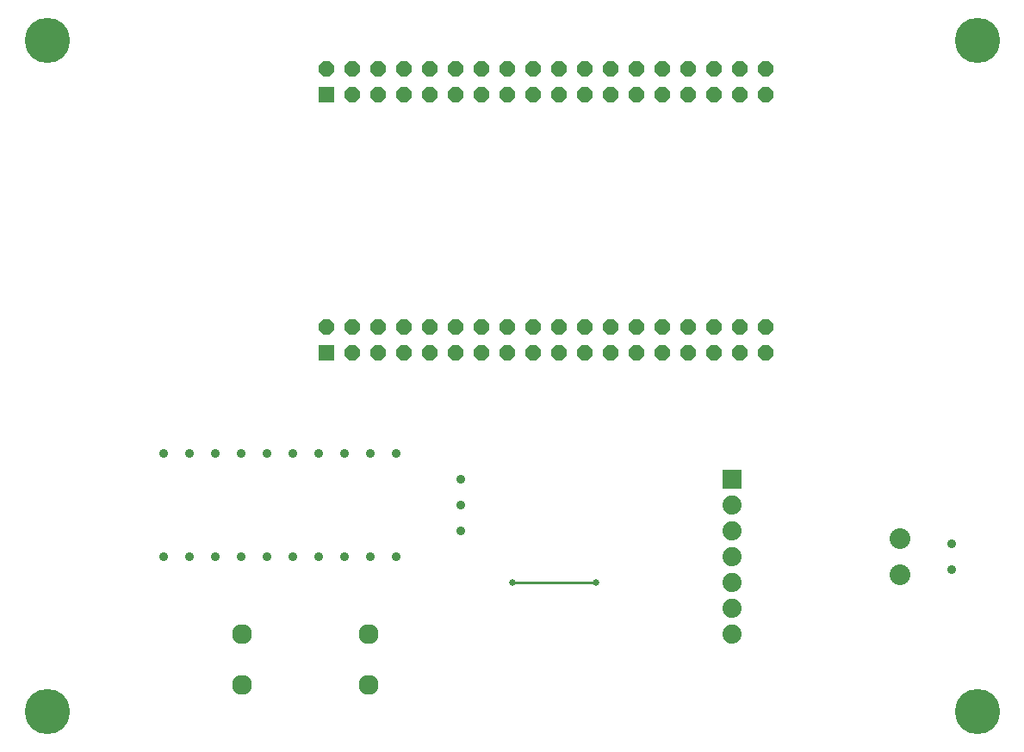
<source format=gbr>
G04 EAGLE Gerber RS-274X export*
G75*
%MOMM*%
%FSLAX34Y34*%
%LPD*%
%INBottom Copper*%
%IPPOS*%
%AMOC8*
5,1,8,0,0,1.08239X$1,22.5*%
G01*
%ADD10C,0.904800*%
%ADD11R,1.879600X1.879600*%
%ADD12C,2.032000*%
%ADD13C,1.879600*%
%ADD14R,1.524000X1.524000*%
%ADD15P,1.649562X8X22.500000*%
%ADD16C,1.960000*%
%ADD17C,4.445000*%
%ADD18C,0.654800*%
%ADD19C,0.254000*%


D10*
X165100Y203200D03*
X190500Y203200D03*
X215900Y203200D03*
X241300Y203200D03*
X266700Y203200D03*
X292100Y203200D03*
X317500Y203200D03*
X342900Y203200D03*
X368300Y203200D03*
X393700Y203200D03*
X165100Y304800D03*
X190500Y304800D03*
X215900Y304800D03*
X241300Y304800D03*
X266700Y304800D03*
X292100Y304800D03*
X317500Y304800D03*
X342900Y304800D03*
X368300Y304800D03*
X393700Y304800D03*
X457200Y279400D03*
X457200Y254000D03*
X457200Y228600D03*
D11*
X723900Y279400D03*
D12*
X889000Y220700D03*
X889000Y185700D03*
D13*
X723900Y254000D03*
X723900Y228600D03*
X723900Y203200D03*
X723900Y177800D03*
X723900Y152400D03*
X723900Y127000D03*
D10*
X939800Y190500D03*
X939800Y215900D03*
D14*
X325800Y403600D03*
D15*
X325800Y429000D03*
X351200Y403600D03*
X351200Y429000D03*
X376600Y403600D03*
X376600Y429000D03*
X402000Y403600D03*
X402000Y429000D03*
X427400Y403600D03*
X427400Y429000D03*
X452800Y403600D03*
X452800Y429000D03*
X478200Y403600D03*
X478200Y429000D03*
X503600Y403600D03*
X503600Y429000D03*
X529000Y403600D03*
X529000Y429000D03*
X554400Y403600D03*
X554400Y429000D03*
X579800Y403600D03*
X579800Y429000D03*
X605200Y403600D03*
X605200Y429000D03*
X630600Y403600D03*
X630600Y429000D03*
X656000Y403600D03*
X656000Y429000D03*
X681400Y403600D03*
X681400Y429000D03*
X706800Y403600D03*
X706800Y429000D03*
X732200Y403600D03*
X732200Y429000D03*
X757600Y403600D03*
X757600Y429000D03*
D14*
X325800Y657600D03*
D15*
X325800Y683000D03*
X351200Y657600D03*
X351200Y683000D03*
X376600Y657600D03*
X376600Y683000D03*
X402000Y657600D03*
X402000Y683000D03*
X427400Y657600D03*
X427400Y683000D03*
X452800Y657600D03*
X452800Y683000D03*
X478200Y657600D03*
X478200Y683000D03*
X503600Y657600D03*
X503600Y683000D03*
X529000Y657600D03*
X529000Y683000D03*
X554400Y657600D03*
X554400Y683000D03*
X579800Y657600D03*
X579800Y683000D03*
X605200Y657600D03*
X605200Y683000D03*
X630600Y657600D03*
X630600Y683000D03*
X656000Y657600D03*
X656000Y683000D03*
X681400Y657600D03*
X681400Y683000D03*
X706800Y657600D03*
X706800Y683000D03*
X732200Y657600D03*
X732200Y683000D03*
X757600Y657600D03*
X757600Y683000D03*
D16*
X367300Y126600D03*
X367300Y76600D03*
X242300Y76600D03*
X242300Y126600D03*
D17*
X965200Y50800D03*
X965200Y711200D03*
X50800Y711200D03*
X50800Y50800D03*
D18*
X508000Y177800D03*
D19*
X590550Y177800D01*
D18*
X590550Y177800D03*
M02*

</source>
